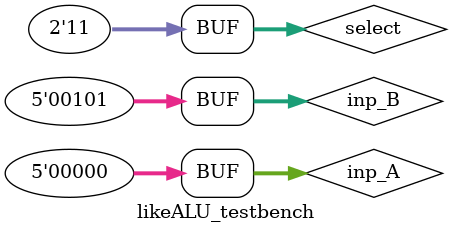
<source format=v>
`define DELAY 20
module likeALU_testbench();

reg [4:0]inp_A, inp_B;
reg [1:0] select;
wire [4:0]out;

likeALU alu_tb (out, inp_A, inp_B, select);

initial begin
select = 2'b00; inp_A = 5'b11000; inp_B = 5'b11111;
#`DELAY;
select = 2'b01; inp_A = 5'b10101; inp_B = 5'b00011;
#`DELAY;
select = 2'b10; inp_A = 5'b11111; inp_B = 5'b11001;
#`DELAY;
select = 2'b11; inp_A = 5'b00000; inp_B = 5'b00101;
end

initial
begin
$monitor("time=%2d, select =%2b, inp_A=%5b, inp_B=%5b, out=%5b ", $time, select, inp_A, inp_B, out);
end

endmodule
</source>
